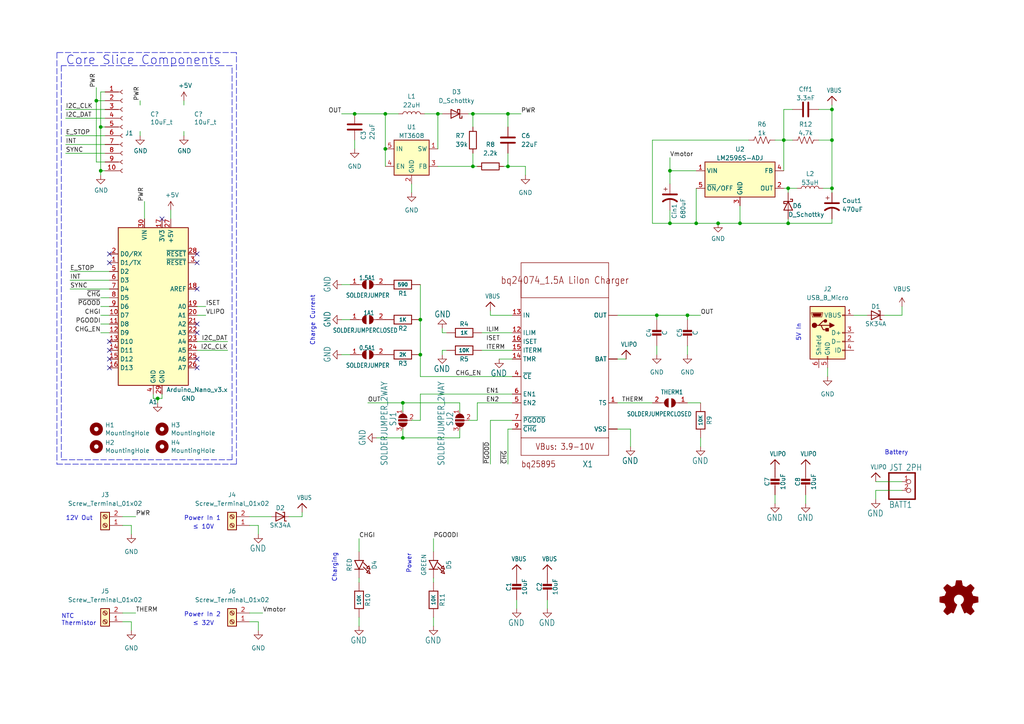
<source format=kicad_sch>
(kicad_sch (version 20211123) (generator eeschema)
  (paper "A4")
  (title_block (title "BREAD BMS/Solar Slice"))
  (lib_symbols
    (symbol "Adafruit_BQ24074-eagle-import:BQ24074"
      (property "Reference" "X" (at 5.08 -27.94 0))
      (symbol "BQ24074_1_0"
        (text "bq24074_1.5A LiIon Charger" (at 0 25.4 0) (effects (font (size 2.032 1.7272))))
        (text "bq25895" (at -12.7 -27.94 0) (effects (font (size 1.778 1.5113)) (justify left)))
        (text "VBus: 3.9-10V" (at 0 -22.86 0) (effects (font (size 1.778 1.5113))))
        (pin input line (at 15.24 -10.16 180) (length 2.54) (name "TS") (number "1"))
        (pin output line (at 15.24 15.24 180) (length 2.54) (name "OUT") (number "10"))
        (pin output line (at 15.24 15.24 180) (length 2.54) (name "OUT") (number "11"))
        (pin input line (at -15.24 10.16 0) (length 2.54) (name "ILIM") (number "12"))
        (pin power_in line (at -15.24 15.24 0) (length 2.54) (name "IN") (number "13"))
        (pin input line (at -15.24 2.54 0) (length 2.54) (name "TMR") (number "14"))
        (pin input line (at -15.24 5.08 0) (length 2.54) (name "ITERM") (number "15"))
        (pin input line (at -15.24 7.62 0) (length 2.54) (name "ISET") (number "16"))
        (pin input line (at 15.24 2.54 180) (length 2.54) (name "BAT") (number "2"))
        (pin input line (at 15.24 2.54 180) (length 2.54) (name "BAT") (number "3"))
        (pin input line (at -15.24 -2.54 0) (length 2.54) (name "~{CE}") (number "4"))
        (pin input line (at -15.24 -10.16 0) (length 2.54) (name "EN2") (number "5"))
        (pin input line (at -15.24 -7.62 0) (length 2.54) (name "EN1") (number "6"))
        (pin output line (at -15.24 -15.24 0) (length 2.54) (name "~{PGOOD}") (number "7"))
        (pin power_in line (at 15.24 -17.78 180) (length 2.54) (name "VSS") (number "8"))
        (pin output line (at -15.24 -17.78 0) (length 2.54) (name "~{CHG}") (number "9"))
        (pin power_in line (at 15.24 -17.78 180) (length 2.54) (name "VSS") (number "THERMAL"))
      )
    )
    (symbol "Adafruit_BQ24074-eagle-import:CAP_CERAMIC0805-NOOUTLINE"
      (property "Reference" "C" (at -2.29 1.25 90))
      (property "Value" "CAP_CERAMIC0805-NOOUTLINE" (at 2.3 1.25 90))
      (symbol "CAP_CERAMIC0805-NOOUTLINE_1_0"
        (pin passive line (at 0 5.08 270) (length 2.54) (name "1") (number "1"))
        (pin passive line (at 0 -2.54 90) (length 2.54) (name "2") (number "2"))
      )
    )
    (symbol "Adafruit_BQ24074-eagle-import:DIODE-SCHOTTKYSMA"
      (property "Reference" "D" (at 0 2.54 0))
      (property "Value" "DIODE-SCHOTTKYSMA" (at 0 -2.5 0))
      (symbol "DIODE-SCHOTTKYSMA_1_0"
        (pin passive line (at -2.54 0 0) (length 2.54) (name "A") (number "A"))
        (pin passive line (at 2.54 0 180) (length 2.54) (name "C") (number "C"))
      )
    )
    (symbol "Adafruit_BQ24074-eagle-import:JST_2PIN-SMT-RA"
      (property "Reference" "CN" (at -6.35 5.715 0))
      (property "Value" "JST_2PIN-SMT-RA" (at -6.35 -5.08 0))
      (symbol "JST_2PIN-SMT-RA_1_0"
        (pin passive inverted (at -2.54 0 0) (length 2.54) (name "2") (number "1"))
        (pin passive inverted (at -2.54 2.54 0) (length 2.54) (name "1") (number "2"))
      )
    )
    (symbol "Adafruit_BQ24074-eagle-import:LED0603"
      (property "Reference" "D" (at -1.27 4.445 0))
      (property "Value" "LED0603" (at -1.27 -2.794 0))
      (symbol "LED0603_1_0"
        (pin passive line (at -5.08 0 0) (length 2.54) (name "A") (number "A"))
        (pin passive line (at 2.54 0 180) (length 2.54) (name "C") (number "C"))
      )
    )
    (symbol "Adafruit_BQ24074-eagle-import:RESISTOR_0603_NOOUT"
      (property "Reference" "R" (at 0 2.54 0))
      (property "Value" "RESISTOR_0603_NOOUT" (at 0 0 0))
      (symbol "RESISTOR_0603_NOOUT_1_0"
        (pin passive line (at -5.08 0 0) (length 2.54) (name "1") (number "1"))
        (pin passive line (at 5.08 0 180) (length 2.54) (name "2") (number "2"))
      )
    )
    (symbol "Adafruit_BQ24074-eagle-import:SOLDERJUMPER"
      (property "Reference" "SJ" (at -2.54 2.54 0))
      (property "Value" "SOLDERJUMPER" (at -2.54 -3.81 0))
      (symbol "SOLDERJUMPER_1_0"
        (pin passive line (at -5.08 0 0) (length 2.54) (name "1") (number "1"))
        (pin passive line (at 5.08 0 180) (length 2.54) (name "2") (number "2"))
      )
    )
    (symbol "Adafruit_BQ24074-eagle-import:SOLDERJUMPERCLOSED"
      (property "Reference" "SJ" (at -2.54 2.54 0))
      (property "Value" "SOLDERJUMPERCLOSED" (at -2.54 -3.81 0))
      (symbol "SOLDERJUMPERCLOSED_1_0"
        (pin passive line (at -5.08 0 0) (length 2.54) (name "1") (number "1"))
        (pin passive line (at 5.08 0 180) (length 2.54) (name "2") (number "2"))
      )
    )
    (symbol "Adafruit_BQ24074-eagle-import:SOLDERJUMPER_2WAY"
      (property "Reference" "SJ" (at -5.08 -3.81 0))
      (property "Value" "SOLDERJUMPER_2WAY" (at -5.08 -6.35 0))
      (symbol "SOLDERJUMPER_2WAY_1_0"
        (pin passive line (at -2.54 0 0) (length 0) (name "1") (number "1"))
        (pin passive line (at 0 2.54 270) (length 0) (name "2") (number "2"))
        (pin passive line (at 2.54 0 180) (length 0) (name "3") (number "3"))
      )
    )
    (symbol "Adafruit_BQ24074-eagle-import:VBUS" (power)
      (property "Value" "VBUS" (at -1.524 1.016 0))
      (symbol "VBUS_1_0"
        (pin power_in line (at 0 -2.54 90) (length 2.54) (name "VBUS") (number "1"))
      )
    )
    (symbol "Adafruit_BQ24074-eagle-import:VLIPO" (power)
      (property "Value" "VLIPO" (at -1.524 1.016 0))
      (symbol "VLIPO_1_0"
        (pin power_in line (at 0 -2.54 90) (length 2.54) (name "VLIPO") (number "1"))
      )
    )
    (symbol "Connector:Conn_01x10_Female" (pin_names (offset 1.016) hide)
      (property "Reference" "J" (at 0 12.7 0))
      (property "Value" "Conn_01x10_Female" (at 0 -15.24 0))
      (symbol "Conn_01x10_Female_1_1"
        (pin passive line (at -5.08 10.16 0) (length 3.81) (name "Pin_1") (number "1"))
        (pin passive line (at -5.08 -12.7 0) (length 3.81) (name "Pin_10") (number "10"))
        (pin passive line (at -5.08 7.62 0) (length 3.81) (name "Pin_2") (number "2"))
        (pin passive line (at -5.08 5.08 0) (length 3.81) (name "Pin_3") (number "3"))
        (pin passive line (at -5.08 2.54 0) (length 3.81) (name "Pin_4") (number "4"))
        (pin passive line (at -5.08 0 0) (length 3.81) (name "Pin_5") (number "5"))
        (pin passive line (at -5.08 -2.54 0) (length 3.81) (name "Pin_6") (number "6"))
        (pin passive line (at -5.08 -5.08 0) (length 3.81) (name "Pin_7") (number "7"))
        (pin passive line (at -5.08 -7.62 0) (length 3.81) (name "Pin_8") (number "8"))
        (pin passive line (at -5.08 -10.16 0) (length 3.81) (name "Pin_9") (number "9"))
      )
    )
    (symbol "Connector:Screw_Terminal_01x02" (pin_names (offset 1.016) hide)
      (property "Reference" "J" (at 0 2.54 0))
      (property "Value" "Screw_Terminal_01x02" (at 0 -5.08 0))
      (symbol "Screw_Terminal_01x02_1_1"
        (pin passive line (at -5.08 0 0) (length 3.81) (name "Pin_1") (number "1"))
        (pin passive line (at -5.08 -2.54 0) (length 3.81) (name "Pin_2") (number "2"))
      )
    )
    (symbol "Connector:USB_B_Micro" (pin_names (offset 1.016))
      (property "Reference" "J" (at -5.08 11.43 0))
      (property "Value" "USB_B_Micro" (at -5.08 8.89 0))
      (symbol "USB_B_Micro_1_1"
        (pin power_out line (at 7.62 5.08 180) (length 2.54) (name "VBUS") (number "1"))
        (pin bidirectional line (at 7.62 -2.54 180) (length 2.54) (name "D-") (number "2"))
        (pin bidirectional line (at 7.62 0 180) (length 2.54) (name "D+") (number "3"))
        (pin passive line (at 7.62 -5.08 180) (length 2.54) (name "ID") (number "4"))
        (pin power_out line (at 0 -10.16 90) (length 2.54) (name "GND") (number "5"))
        (pin passive line (at -2.54 -10.16 90) (length 2.54) (name "Shield") (number "6"))
      )
    )
    (symbol "Device:C" (pin_numbers hide) (pin_names (offset 0.254))
      (property "Reference" "C" (at 0.635 2.54 0))
      (property "Value" "C" (at 0.635 -2.54 0))
      (symbol "C_1_1"
        (pin passive line (at 0 3.81 270) (length 2.794) (name "~") (number "1"))
        (pin passive line (at 0 -3.81 90) (length 2.794) (name "~") (number "2"))
      )
    )
    (symbol "Device:C_Polarized_US" (pin_numbers hide) (pin_names (offset 0.254) hide)
      (property "Reference" "C" (at 0.635 2.54 0))
      (property "Value" "C_Polarized_US" (at 0.635 -2.54 0))
      (symbol "C_Polarized_US_1_1"
        (pin passive line (at 0 3.81 270) (length 2.794) (name "~") (number "1"))
        (pin passive line (at 0 -3.81 90) (length 3.302) (name "~") (number "2"))
      )
    )
    (symbol "Device:D_Schottky" (pin_numbers hide) (pin_names (offset 1.016) hide)
      (property "Reference" "D" (at 0 2.54 0))
      (property "Value" "D_Schottky" (at 0 -2.54 0))
      (symbol "D_Schottky_1_1"
        (pin passive line (at -3.81 0 0) (length 2.54) (name "K") (number "1"))
        (pin passive line (at 3.81 0 180) (length 2.54) (name "A") (number "2"))
      )
    )
    (symbol "Device:L" (pin_numbers hide) (pin_names (offset 1.016) hide)
      (property "Reference" "L" (at -1.27 0 90))
      (property "Value" "L" (at 1.905 0 90))
      (symbol "L_1_1"
        (pin passive line (at 0 3.81 270) (length 1.27) (name "1") (number "1"))
        (pin passive line (at 0 -3.81 90) (length 1.27) (name "2") (number "2"))
      )
    )
    (symbol "Device:R" (pin_numbers hide) (pin_names (offset 0))
      (property "Reference" "R" (at 2.032 0 90))
      (property "Value" "R" (at 0 0 90))
      (symbol "R_1_1"
        (pin passive line (at 0 3.81 270) (length 1.27) (name "~") (number "1"))
        (pin passive line (at 0 -3.81 90) (length 1.27) (name "~") (number "2"))
      )
    )
    (symbol "Device:R_US" (pin_numbers hide) (pin_names (offset 0))
      (property "Reference" "R" (at 2.54 0 90))
      (property "Value" "R_US" (at -2.54 0 90))
      (symbol "R_US_1_1"
        (pin passive line (at 0 3.81 270) (length 1.27) (name "~") (number "1"))
        (pin passive line (at 0 -3.81 90) (length 1.27) (name "~") (number "2"))
      )
    )
    (symbol "Graphic:Logo_Open_Hardware_Small" (pin_names (offset 1.016)))
    (symbol "MCU_Module:Arduino_Nano_v3.x"
      (property "Reference" "A" (at -10.16 23.495 0))
      (property "Value" "Arduino_Nano_v3.x" (at 5.08 -24.13 0))
      (symbol "Arduino_Nano_v3.x_1_1"
        (pin bidirectional line (at -12.7 12.7 0) (length 2.54) (name "D1/TX") (number "1"))
        (pin bidirectional line (at -12.7 -2.54 0) (length 2.54) (name "D7") (number "10"))
        (pin bidirectional line (at -12.7 -5.08 0) (length 2.54) (name "D8") (number "11"))
        (pin bidirectional line (at -12.7 -7.62 0) (length 2.54) (name "D9") (number "12"))
        (pin bidirectional line (at -12.7 -10.16 0) (length 2.54) (name "D10") (number "13"))
        (pin bidirectional line (at -12.7 -12.7 0) (length 2.54) (name "D11") (number "14"))
        (pin bidirectional line (at -12.7 -15.24 0) (length 2.54) (name "D12") (number "15"))
        (pin bidirectional line (at -12.7 -17.78 0) (length 2.54) (name "D13") (number "16"))
        (pin power_out line (at 2.54 25.4 270) (length 2.54) (name "3V3") (number "17"))
        (pin input line (at 12.7 5.08 180) (length 2.54) (name "AREF") (number "18"))
        (pin bidirectional line (at 12.7 0 180) (length 2.54) (name "A0") (number "19"))
        (pin bidirectional line (at -12.7 15.24 0) (length 2.54) (name "D0/RX") (number "2"))
        (pin bidirectional line (at 12.7 -2.54 180) (length 2.54) (name "A1") (number "20"))
        (pin bidirectional line (at 12.7 -5.08 180) (length 2.54) (name "A2") (number "21"))
        (pin bidirectional line (at 12.7 -7.62 180) (length 2.54) (name "A3") (number "22"))
        (pin bidirectional line (at 12.7 -10.16 180) (length 2.54) (name "A4") (number "23"))
        (pin bidirectional line (at 12.7 -12.7 180) (length 2.54) (name "A5") (number "24"))
        (pin bidirectional line (at 12.7 -15.24 180) (length 2.54) (name "A6") (number "25"))
        (pin bidirectional line (at 12.7 -17.78 180) (length 2.54) (name "A7") (number "26"))
        (pin power_out line (at 5.08 25.4 270) (length 2.54) (name "+5V") (number "27"))
        (pin input line (at 12.7 15.24 180) (length 2.54) (name "~{RESET}") (number "28"))
        (pin power_in line (at 2.54 -25.4 90) (length 2.54) (name "GND") (number "29"))
        (pin input line (at 12.7 12.7 180) (length 2.54) (name "~{RESET}") (number "3"))
        (pin power_in line (at -2.54 25.4 270) (length 2.54) (name "VIN") (number "30"))
        (pin power_in line (at 0 -25.4 90) (length 2.54) (name "GND") (number "4"))
        (pin bidirectional line (at -12.7 10.16 0) (length 2.54) (name "D2") (number "5"))
        (pin bidirectional line (at -12.7 7.62 0) (length 2.54) (name "D3") (number "6"))
        (pin bidirectional line (at -12.7 5.08 0) (length 2.54) (name "D4") (number "7"))
        (pin bidirectional line (at -12.7 2.54 0) (length 2.54) (name "D5") (number "8"))
        (pin bidirectional line (at -12.7 0 0) (length 2.54) (name "D6") (number "9"))
      )
    )
    (symbol "Mechanical:MountingHole" (pin_names (offset 1.016))
      (property "Reference" "H" (at 0 5.08 0))
      (property "Value" "MountingHole" (at 0 3.175 0))
    )
    (symbol "Regulator_Switching:LM2596S-ADJ"
      (property "Reference" "U" (at -10.16 6.35 0))
      (property "Value" "LM2596S-ADJ" (at 0 6.35 0))
      (symbol "LM2596S-ADJ_1_1"
        (pin power_in line (at -12.7 2.54 0) (length 2.54) (name "VIN") (number "1"))
        (pin output line (at 12.7 -2.54 180) (length 2.54) (name "OUT") (number "2"))
        (pin power_in line (at 0 -7.62 90) (length 2.54) (name "GND") (number "3"))
        (pin input line (at 12.7 2.54 180) (length 2.54) (name "FB") (number "4"))
        (pin input line (at -12.7 -2.54 0) (length 2.54) (name "~{ON}/OFF") (number "5"))
      )
    )
    (symbol "Regulator_Switching:MT3608"
      (property "Reference" "U" (at -2.54 8.89 0))
      (property "Value" "MT3608" (at -3.81 6.35 0))
      (symbol "MT3608_1_1"
        (pin passive line (at 7.62 2.54 180) (length 2.54) (name "SW") (number "1"))
        (pin power_in line (at 0 -7.62 90) (length 2.54) (name "GND") (number "2"))
        (pin input line (at 7.62 -2.54 180) (length 2.54) (name "FB") (number "3"))
        (pin input line (at -7.62 -2.54 0) (length 2.54) (name "EN") (number "4"))
        (pin power_in line (at -7.62 2.54 0) (length 2.54) (name "IN") (number "5"))
        (pin no_connect line (at 5.08 0 180) (length 2.54) hide (name "NC") (number "6"))
      )
    )
    (symbol "power:+5V" (power) (pin_names (offset 0))
      (property "Value" "+5V" (at 0 3.556 0))
      (symbol "+5V_1_1"
        (pin power_in line (at 0 0 90) (length 0) hide (name "+5V") (number "1"))
      )
    )
    (symbol "power:GND" (power) (pin_names (offset 0))
      (property "Value" "GND" (at 0 -3.81 0))
      (symbol "GND_1_1"
        (pin power_in line (at 0 0 270) (length 0) hide (name "GND") (number "1"))
      )
    )
    (symbol "power:VBUS" (power) (pin_names (offset 0))
      (property "Value" "VBUS" (at 0 3.81 0))
      (symbol "VBUS_1_1"
        (pin power_in line (at 0 0 90) (length 0) hide (name "VBUS") (number "1"))
      )
    )
  )
  (junction (at 137.16 33.02))
  (junction (at 137.16 48.26))
  (junction (at 45.72 115.57))
  (junction (at 121.92 92.71))
  (junction (at 116.84 127))
  (junction (at 199.39 91.44))
  (junction (at 116.84 116.84))
  (junction (at 201.93 64.77))
  (junction (at 228.6 64.77))
  (junction (at 29.21 36.83))
  (junction (at 127 33.02))
  (junction (at 194.31 49.53))
  (junction (at 208.28 64.77))
  (junction (at 190.5 91.44))
  (junction (at 227.33 40.64))
  (junction (at 147.32 33.02))
  (junction (at 111.76 43.18))
  (junction (at 102.87 33.02))
  (junction (at 228.6 54.61))
  (junction (at 241.3 31.75))
  (junction (at 194.31 64.77))
  (junction (at 121.92 102.87))
  (junction (at 27.94 29.21))
  (junction (at 241.3 40.64))
  (junction (at 29.21 49.53))
  (junction (at 147.32 48.26))
  (junction (at 214.63 64.77))
  (junction (at 241.3 54.61))
  (junction (at 111.76 33.02))
  (no_connect (at 31.75 101.6))
  (no_connect (at 57.15 93.98))
  (no_connect (at 57.15 73.66))
  (no_connect (at 57.15 76.2))
  (no_connect (at 31.75 104.14))
  (no_connect (at 57.15 83.82))
  (no_connect (at 31.75 76.2))
  (no_connect (at 57.15 106.68))
  (no_connect (at 57.15 104.14))
  (no_connect (at 57.15 96.52))
  (no_connect (at 31.75 106.68))
  (no_connect (at 31.75 73.66))
  (no_connect (at 31.75 99.06))
  (no_connect (at 46.99 63.5))
  (wire (pts (xy 146.05 48.26) (xy 147.32 48.26)))
  (wire (pts (xy 241.3 31.75) (xy 241.3 40.64)))
  (wire (pts (xy 227.33 54.61) (xy 228.6 54.61)))
  (polyline (pts (xy 68.58 134.62) (xy 68.58 15.24)))
  (wire (pts (xy 147.32 36.83) (xy 147.32 33.02)))
  (wire (pts (xy 142.24 121.92) (xy 142.24 134.62)))
  (wire (pts (xy 199.39 91.44) (xy 199.39 92.71)))
  (wire (pts (xy 19.05 44.45) (xy 30.48 44.45)))
  (wire (pts (xy 254 139.7) (xy 261.62 139.7)))
  (wire (pts (xy 121.92 114.3) (xy 121.92 121.92)))
  (wire (pts (xy 214.63 59.69) (xy 214.63 64.77)))
  (wire (pts (xy 254 142.24) (xy 254 144.78)))
  (wire (pts (xy 135.89 33.02) (xy 137.16 33.02)))
  (wire (pts (xy 30.48 46.99) (xy 27.94 46.99)))
  (wire (pts (xy 208.28 64.77) (xy 214.63 64.77)))
  (wire (pts (xy 240.03 106.68) (xy 240.03 109.22)))
  (wire (pts (xy 119.38 53.34) (xy 119.38 55.88)))
  (wire (pts (xy 127 43.18) (xy 127 33.02)))
  (wire (pts (xy 45.72 115.57) (xy 46.99 115.57)))
  (wire (pts (xy 194.31 60.96) (xy 194.31 64.77)))
  (wire (pts (xy 128.27 101.6) (xy 129.54 101.6)))
  (wire (pts (xy 201.93 64.77) (xy 208.28 64.77)))
  (wire (pts (xy 147.32 48.26) (xy 152.4 48.26)))
  (wire (pts (xy 27.94 46.99) (xy 27.94 29.21)))
  (wire (pts (xy 201.93 54.61) (xy 201.93 64.77)))
  (wire (pts (xy 99.06 33.02) (xy 102.87 33.02)))
  (wire (pts (xy 137.16 33.02) (xy 137.16 36.83)))
  (wire (pts (xy 128.27 95.25) (xy 128.27 96.52)))
  (wire (pts (xy 194.31 45.72) (xy 194.31 49.53)))
  (wire (pts (xy 247.65 91.44) (xy 251.46 91.44)))
  (wire (pts (xy 125.73 167.64) (xy 125.73 168.91)))
  (wire (pts (xy 35.56 152.4) (xy 38.1 152.4)))
  (wire (pts (xy 83.82 149.86) (xy 87.63 149.86)))
  (wire (pts (xy 199.39 100.33) (xy 199.39 102.87)))
  (wire (pts (xy 137.16 44.45) (xy 137.16 48.26)))
  (wire (pts (xy 194.31 64.77) (xy 201.93 64.77)))
  (wire (pts (xy 20.32 83.82) (xy 31.75 83.82)))
  (wire (pts (xy 41.91 58.42) (xy 41.91 63.5)))
  (wire (pts (xy 29.21 49.53) (xy 29.21 36.83)))
  (wire (pts (xy 29.21 93.98) (xy 31.75 93.98)))
  (wire (pts (xy 194.31 53.34) (xy 194.31 49.53)))
  (wire (pts (xy 29.21 36.83) (xy 29.21 26.67)))
  (wire (pts (xy 182.88 124.46) (xy 179.07 124.46)))
  (wire (pts (xy 104.14 179.07) (xy 104.14 181.61)))
  (wire (pts (xy 29.21 96.52) (xy 31.75 96.52)))
  (wire (pts (xy 133.35 124.46) (xy 133.35 127)))
  (wire (pts (xy 199.39 91.44) (xy 203.2 91.44)))
  (wire (pts (xy 237.49 31.75) (xy 241.3 31.75)))
  (polyline (pts (xy 68.58 15.24) (xy 16.51 15.24)))
  (wire (pts (xy 137.16 48.26) (xy 138.43 48.26)))
  (wire (pts (xy 87.63 149.86) (xy 87.63 148.59)))
  (wire (pts (xy 128.27 102.87) (xy 128.27 101.6)))
  (wire (pts (xy 228.6 54.61) (xy 231.14 54.61)))
  (wire (pts (xy 233.68 143.51) (xy 233.68 146.05)))
  (wire (pts (xy 152.4 50.8) (xy 152.4 48.26)))
  (polyline (pts (xy 16.51 134.62) (xy 68.58 134.62)))
  (polyline (pts (xy 17.78 133.35) (xy 67.31 133.35)))
  (wire (pts (xy 40.64 39.37) (xy 40.64 38.1)))
  (wire (pts (xy 227.33 49.53) (xy 227.33 40.64)))
  (wire (pts (xy 104.14 167.64) (xy 104.14 168.91)))
  (wire (pts (xy 121.92 82.55) (xy 121.92 92.71)))
  (wire (pts (xy 116.84 116.84) (xy 106.68 116.84)))
  (wire (pts (xy 142.24 91.44) (xy 148.59 91.44)))
  (wire (pts (xy 133.35 119.38) (xy 133.35 116.84)))
  (wire (pts (xy 29.21 26.67) (xy 30.48 26.67)))
  (wire (pts (xy 147.32 124.46) (xy 148.59 124.46)))
  (wire (pts (xy 109.22 127) (xy 116.84 127)))
  (wire (pts (xy 31.75 78.74) (xy 20.32 78.74)))
  (wire (pts (xy 121.92 102.87) (xy 121.92 109.22)))
  (wire (pts (xy 116.84 116.84) (xy 133.35 116.84)))
  (wire (pts (xy 254 142.24) (xy 261.62 142.24)))
  (polyline (pts (xy 67.31 133.35) (xy 67.31 19.05)))
  (wire (pts (xy 125.73 179.07) (xy 125.73 181.61)))
  (wire (pts (xy 147.32 33.02) (xy 151.13 33.02)))
  (wire (pts (xy 102.87 40.64) (xy 102.87 43.18)))
  (wire (pts (xy 229.87 31.75) (xy 227.33 31.75)))
  (wire (pts (xy 203.2 127) (xy 203.2 129.54)))
  (wire (pts (xy 182.88 124.46) (xy 182.88 129.54)))
  (wire (pts (xy 137.16 33.02) (xy 147.32 33.02)))
  (wire (pts (xy 30.48 31.75) (xy 19.05 31.75)))
  (wire (pts (xy 30.48 39.37) (xy 19.05 39.37)))
  (wire (pts (xy 261.62 88.9) (xy 261.62 91.44)))
  (wire (pts (xy 72.39 149.86) (xy 78.74 149.86)))
  (wire (pts (xy 29.21 86.36) (xy 31.75 86.36)))
  (wire (pts (xy 190.5 91.44) (xy 199.39 91.44)))
  (wire (pts (xy 46.99 115.57) (xy 46.99 114.3)))
  (wire (pts (xy 53.34 30.48) (xy 53.34 29.21)))
  (wire (pts (xy 148.59 121.92) (xy 142.24 121.92)))
  (wire (pts (xy 119.38 121.92) (xy 121.92 121.92)))
  (wire (pts (xy 241.3 64.77) (xy 241.3 63.5)))
  (wire (pts (xy 20.32 81.28) (xy 31.75 81.28)))
  (wire (pts (xy 190.5 100.33) (xy 190.5 102.87)))
  (wire (pts (xy 116.84 119.38) (xy 116.84 116.84)))
  (wire (pts (xy 111.76 33.02) (xy 115.57 33.02)))
  (wire (pts (xy 104.14 156.21) (xy 104.14 160.02)))
  (polyline (pts (xy 17.78 19.05) (xy 17.78 133.35)))
  (wire (pts (xy 127 33.02) (xy 128.27 33.02)))
  (wire (pts (xy 147.32 124.46) (xy 147.32 134.62)))
  (wire (pts (xy 101.6 92.71) (xy 99.06 92.71)))
  (wire (pts (xy 111.76 48.26) (xy 111.76 43.18)))
  (wire (pts (xy 190.5 91.44) (xy 190.5 92.71)))
  (wire (pts (xy 29.21 88.9) (xy 31.75 88.9)))
  (wire (pts (xy 228.6 55.88) (xy 228.6 54.61)))
  (wire (pts (xy 44.45 115.57) (xy 45.72 115.57)))
  (wire (pts (xy 38.1 152.4) (xy 38.1 154.94)))
  (wire (pts (xy 241.3 40.64) (xy 241.3 54.61)))
  (wire (pts (xy 19.05 41.91) (xy 30.48 41.91)))
  (wire (pts (xy 214.63 64.77) (xy 228.6 64.77)))
  (wire (pts (xy 35.56 180.34) (xy 38.1 180.34)))
  (wire (pts (xy 57.15 88.9) (xy 59.69 88.9)))
  (wire (pts (xy 121.92 109.22) (xy 148.59 109.22)))
  (wire (pts (xy 101.6 82.55) (xy 99.06 82.55)))
  (wire (pts (xy 72.39 180.34) (xy 74.93 180.34)))
  (wire (pts (xy 35.56 177.8) (xy 39.37 177.8)))
  (wire (pts (xy 147.32 44.45) (xy 147.32 48.26)))
  (wire (pts (xy 66.04 99.06) (xy 57.15 99.06)))
  (wire (pts (xy 121.92 114.3) (xy 148.59 114.3)))
  (wire (pts (xy 30.48 36.83) (xy 29.21 36.83)))
  (wire (pts (xy 148.59 116.84) (xy 138.43 116.84)))
  (wire (pts (xy 128.27 96.52) (xy 129.54 96.52)))
  (wire (pts (xy 149.86 173.99) (xy 149.86 176.53)))
  (wire (pts (xy 123.19 33.02) (xy 127 33.02)))
  (wire (pts (xy 256.54 91.44) (xy 261.62 91.44)))
  (wire (pts (xy 241.3 55.88) (xy 241.3 54.61)))
  (wire (pts (xy 35.56 149.86) (xy 39.37 149.86)))
  (wire (pts (xy 111.76 43.18) (xy 111.76 33.02)))
  (wire (pts (xy 228.6 64.77) (xy 241.3 64.77)))
  (wire (pts (xy 72.39 177.8) (xy 76.2 177.8)))
  (wire (pts (xy 227.33 31.75) (xy 227.33 40.64)))
  (wire (pts (xy 44.45 114.3) (xy 44.45 115.57)))
  (wire (pts (xy 101.6 102.87) (xy 99.06 102.87)))
  (wire (pts (xy 127 48.26) (xy 137.16 48.26)))
  (wire (pts (xy 227.33 40.64) (xy 229.87 40.64)))
  (wire (pts (xy 224.79 40.64) (xy 227.33 40.64)))
  (wire (pts (xy 40.64 30.48) (xy 40.64 29.21)))
  (wire (pts (xy 29.21 91.44) (xy 31.75 91.44)))
  (wire (pts (xy 179.07 91.44) (xy 190.5 91.44)))
  (wire (pts (xy 30.48 49.53) (xy 29.21 49.53)))
  (wire (pts (xy 148.59 101.6) (xy 139.7 101.6)))
  (wire (pts (xy 19.05 34.29) (xy 30.48 34.29)))
  (wire (pts (xy 179.07 116.84) (xy 189.23 116.84)))
  (wire (pts (xy 135.89 121.92) (xy 138.43 121.92)))
  (wire (pts (xy 27.94 25.4) (xy 27.94 29.21)))
  (wire (pts (xy 138.43 116.84) (xy 138.43 121.92)))
  (polyline (pts (xy 67.31 19.05) (xy 17.78 19.05)))
  (wire (pts (xy 102.87 33.02) (xy 111.76 33.02)))
  (wire (pts (xy 199.39 116.84) (xy 203.2 116.84)))
  (wire (pts (xy 121.92 92.71) (xy 121.92 102.87)))
  (wire (pts (xy 224.79 143.51) (xy 224.79 146.05)))
  (wire (pts (xy 144.78 104.14) (xy 148.59 104.14)))
  (wire (pts (xy 74.93 152.4) (xy 74.93 154.94)))
  (wire (pts (xy 57.15 101.6) (xy 66.04 101.6)))
  (wire (pts (xy 238.76 54.61) (xy 241.3 54.61)))
  (wire (pts (xy 179.07 104.14) (xy 181.61 104.14)))
  (wire (pts (xy 228.6 64.77) (xy 228.6 63.5)))
  (wire (pts (xy 217.17 40.64) (xy 189.23 40.64)))
  (wire (pts (xy 116.84 124.46) (xy 116.84 127)))
  (wire (pts (xy 116.84 127) (xy 133.35 127)))
  (wire (pts (xy 53.34 39.37) (xy 53.34 38.1)))
  (polyline (pts (xy 16.51 15.24) (xy 16.51 134.62)))
  (wire (pts (xy 45.72 115.57) (xy 45.72 116.84)))
  (wire (pts (xy 194.31 49.53) (xy 201.93 49.53)))
  (wire (pts (xy 49.53 60.96) (xy 49.53 63.5)))
  (wire (pts (xy 189.23 64.77) (xy 194.31 64.77)))
  (wire (pts (xy 57.15 91.44) (xy 59.69 91.44)))
  (wire (pts (xy 27.94 29.21) (xy 30.48 29.21)))
  (wire (pts (xy 237.49 40.64) (xy 241.3 40.64)))
  (wire (pts (xy 139.7 96.52) (xy 148.59 96.52)))
  (wire (pts (xy 158.75 173.99) (xy 158.75 176.53)))
  (wire (pts (xy 142.24 90.17) (xy 142.24 91.44)))
  (wire (pts (xy 74.93 180.34) (xy 74.93 182.88)))
  (wire (pts (xy 29.21 50.8) (xy 29.21 49.53)))
  (wire (pts (xy 38.1 180.34) (xy 38.1 182.88)))
  (wire (pts (xy 125.73 156.21) (xy 125.73 160.02)))
  (wire (pts (xy 241.3 31.75) (xy 241.3 30.48)))
  (wire (pts (xy 72.39 152.4) (xy 74.93 152.4)))
  (wire (pts (xy 189.23 40.64) (xy 189.23 64.77)))
  (text "≤ 10V" (at 55.88 153.67 0) (effects (font (size 1.27 1.27)) (justify left bottom)))
  (text "12V Out" (at 19.05 151.13 0) (effects (font (size 1.27 1.27)) (justify left bottom)))
  (text "5V In" (at 232.41 99.06 90) (effects (font (size 1.27 1.27)) (justify left bottom)))
  (text "Core Slice Components" (at 19.05 19.05 0) (effects (font (size 2.54 2.54)) (justify left bottom)))
  (text "≤ 32V" (at 55.88 181.61 0) (effects (font (size 1.27 1.27)) (justify left bottom)))
  (text "NTC\nThermistor" (at 17.78 181.61 0) (effects (font (size 1.27 1.27)) (justify left bottom)))
  (text "Charge Current" (at 91.44 100.33 90) (effects (font (size 1.27 1.27)) (justify left bottom)))
  (text "Battery" (at 256.54 132.08 0) (effects (font (size 1.27 1.27)) (justify left bottom)))
  (text "Power In 1\n" (at 53.34 151.13 0) (effects (font (size 1.27 1.27)) (justify left bottom)))
  (text "Power In 2" (at 53.34 179.07 0) (effects (font (size 1.27 1.27)) (justify left bottom)))
  (text "Power" (at 119.38 166.37 90) (effects (font (size 1.27 1.27)) (justify left bottom)))
  (text "Charging" (at 97.79 168.91 90) (effects (font (size 1.27 1.27)) (justify left bottom)))
  (label "OUT" (at 99.06 33.02 180))
  (label "Vmotor" (at 76.2 177.8 0))
  (label "Vmotor" (at 194.31 45.72 0))
  (label "CHG_EN" (at 132.08 109.22 0))
  (label "ISET" (at 59.69 88.9 0))
  (label "OUT" (at 106.68 116.84 0) (effects (font (size 1.2446 1.2446))))
  (label "PWR" (at 41.91 58.42 90))
  (label "THERM" (at 180.34 116.84 0) (effects (font (size 1.2446 1.2446))))
  (label "I2C_CLK" (at 19.05 31.75 0))
  (label "CHG_EN" (at 29.21 96.52 180))
  (label "EN2" (at 140.97 116.84 0) (effects (font (size 1.2446 1.2446))))
  (label "ILIM" (at 140.97 96.52 0) (effects (font (size 1.2446 1.2446))))
  (label "I2C_CLK" (at 66.04 101.6 180))
  (label "~{PGOOD}" (at 29.21 88.9 180))
  (label "~{CHG}" (at 147.32 134.62 90) (effects (font (size 1.2446 1.2446))))
  (label "EN1" (at 140.97 114.3 0) (effects (font (size 1.2446 1.2446))))
  (label "THERM" (at 39.37 177.8 0))
  (label "PWR" (at 27.94 25.4 90))
  (label "E_STOP" (at 19.05 39.37 0))
  (label "PWR" (at 39.37 149.86 0))
  (label "I2C_DAT" (at 19.05 34.29 0))
  (label "~{CHG}" (at 29.21 86.36 180))
  (label "INT" (at 19.05 41.91 0))
  (label "PGOODI" (at 29.21 93.98 180))
  (label "OUT" (at 203.2 91.44 0) (effects (font (size 1.2446 1.2446))))
  (label "~{PGOOD}" (at 142.24 134.62 90) (effects (font (size 1.2446 1.2446))))
  (label "INT" (at 20.32 81.28 0))
  (label "SYNC" (at 20.32 83.82 0))
  (label "PWR" (at 40.64 29.21 90))
  (label "CHGI" (at 29.21 91.44 180))
  (label "ISET" (at 140.97 99.06 0) (effects (font (size 1.2446 1.2446))))
  (label "CHGI" (at 104.14 156.21 0))
  (label "VLIPO" (at 59.69 91.44 0))
  (label "PGOODI" (at 125.73 156.21 0))
  (label "PWR" (at 151.13 33.02 0))
  (label "I2C_DAT" (at 66.04 99.06 180))
  (label "SYNC" (at 19.05 44.45 0))
  (label "E_STOP" (at 20.32 78.74 0))
  (label "ITERM" (at 140.97 101.6 0) (effects (font (size 1.2446 1.2446))))
  (symbol (lib_id "power:GND") (at 45.72 116.84 0) (unit 1)
    (property "Reference" "#PWR03" (effects hide))
    (property "Value" "GND" (at 54.61 115.57 0))
  )
  (symbol (lib_id "power:+5V") (at 49.53 60.96 0) (unit 1)
    (property "Reference" "#PWR04" (effects hide))
    (property "Value" "+5V" (at 49.911 56.5658 0))
  )
  (symbol (lib_id "OCI_UPL_2_Capacitors:10uF_t") (at 40.64 34.29 0) (unit 1)
    (property "Reference" "C?" (at 43.561 33.1216 0) (effects (justify left)))
    (property "Value" "10uF_t" (at 43.561 35.433 0) (effects (justify left)))
    (property "Footprint" "OCI_UPL_FOOTPRINTS:C_2312" (effects hide))
    (property "Datasheet" "https://www.digikey.com/short/qcd8n7" (effects hide))
    (property "Part #" "T491C106K025AT" (effects hide))
    (property "UPL #" "2.021" (effects hide))
  )
  (symbol (lib_id "power:GND") (at 40.64 39.37 0) (unit 1)
    (property "Reference" "#PWR02" (effects hide))
    (property "Value" "GND" (at 40.767 43.7642 0))
  )
  (symbol (lib_id "Mechanical:MountingHole") (at 27.94 124.46 0) (unit 1)
    (property "Reference" "H1" (at 30.48 123.2916 0) (effects (justify left)))
    (property "Value" "MountingHole" (at 30.48 125.603 0) (effects (justify left)))
    (property "Footprint" "MountingHole:MountingHole_3.2mm_M3_DIN965_Pad" (effects hide))
  )
  (symbol (lib_id "Mechanical:MountingHole") (at 46.99 124.46 0) (unit 1)
    (property "Reference" "H3" (at 49.53 123.2916 0) (effects (justify left)))
    (property "Value" "MountingHole" (at 49.53 125.603 0) (effects (justify left)))
    (property "Footprint" "MountingHole:MountingHole_3.2mm_M3_DIN965_Pad" (effects hide))
  )
  (symbol (lib_id "Mechanical:MountingHole") (at 27.94 129.54 0) (unit 1)
    (property "Reference" "H2" (at 30.48 128.3716 0) (effects (justify left)))
    (property "Value" "MountingHole" (at 30.48 130.683 0) (effects (justify left)))
    (property "Footprint" "MountingHole:MountingHole_3.2mm_M3_DIN965_Pad" (effects hide))
  )
  (symbol (lib_id "Mechanical:MountingHole") (at 46.99 129.54 0) (unit 1)
    (property "Reference" "H4" (at 49.53 128.3716 0) (effects (justify left)))
    (property "Value" "MountingHole" (at 49.53 130.683 0) (effects (justify left)))
    (property "Footprint" "MountingHole:MountingHole_3.2mm_M3_DIN965_Pad" (effects hide))
  )
  (symbol (lib_id "MCU_Module:Arduino_Nano_v3.x") (at 44.45 88.9 0) (unit 1)
    (property "Reference" "A1" (at 44.45 116.5606 0))
    (property "Value" "Arduino_Nano_v3.x" (at 57.15 113.03 0))
    (property "Footprint" "Module:Arduino_Nano" (effects hide))
    (property "Datasheet" "http://www.mouser.com/pdfdocs/Gravitech_Arduino_Nano3_0.pdf" (effects hide))
  )
  (symbol (lib_id "Graphic:Logo_Open_Hardware_Small") (at 278.13 173.99 0) (unit 1)
    (property "Reference" "Logo1" (effects hide))
    (property "Value" "Logo_Open_Hardware_Small" (effects hide))
    (property "Footprint" "Symbol:OSHW-Symbol_6.7x6mm_SilkScreen" (effects hide))
  )
  (symbol (lib_id "Connector:Conn_01x10_Female") (at 35.56 36.83 0) (unit 1)
    (property "Reference" "J1" (at 36.2712 38.608 0) (effects (justify left)))
    (property "Value" "Conn_01x10_Female" (effects hide))
    (property "Footprint" "Connector_PinSocket_2.54mm:PinSocket_1x10_P2.54mm_Horizontal" (effects hide))
  )
  (symbol (lib_id "power:GND") (at 29.21 50.8 0) (unit 1)
    (property "Reference" "#PWR01" (effects hide))
    (property "Value" "GND" (at 29.337 55.1942 0))
  )
  (symbol (lib_id "OCI_UPL_2_Capacitors:10uF_t") (at 53.34 34.29 0) (unit 1)
    (property "Reference" "C?" (at 56.261 33.1216 0) (effects (justify left)))
    (property "Value" "10uF_t" (at 56.261 35.433 0) (effects (justify left)))
    (property "Footprint" "OCI_UPL_FOOTPRINTS:C_2312" (effects hide))
    (property "Datasheet" "https://www.digikey.com/short/qcd8n7" (effects hide))
    (property "Part #" "T491C106K025AT" (effects hide))
    (property "UPL #" "2.021" (effects hide))
  )
  (symbol (lib_id "power:GND") (at 53.34 39.37 0) (unit 1)
    (property "Reference" "#PWR06" (effects hide))
    (property "Value" "GND" (at 53.467 43.7642 0))
  )
  (symbol (lib_id "power:+5V") (at 53.34 29.21 0) (unit 1)
    (property "Reference" "#PWR05" (effects hide))
    (property "Value" "+5V" (at 53.721 24.8158 0))
  )
  (symbol (lib_id "power:GND") (at 199.39 102.87 0) (unit 1)
    (property "Reference" "#PWR012" (effects hide))
    (property "Value" "GND" (at 199.39 107.95 0))
  )
  (symbol (lib_id "Adafruit_BQ24074-eagle-import:BQ24074") (at 163.83 106.68 0) (unit 1)
    (property "Reference" "X1" (at 168.91 134.62 0) (effects (font (size 1.778 1.5113)) (justify left)))
    (property "Value" "BQ24074" (effects hide))
    (property "Footprint" "Adafruit_BQ24074:QFN16_3MM" (effects hide))
  )
  (symbol (lib_id "Adafruit_BQ24074-eagle-import:VBUS") (at 241.3 27.94 0) (unit 1)
    (property "Reference" "#U$0101" (effects hide))
    (property "Value" "VBUS" (at 239.776 26.924 0) (effects (font (size 1.27 1.0795)) (justify left bottom)))
    (property "Footprint" "Adafruit_BQ24074:" (effects hide))
  )
  (symbol (lib_id "Adafruit_BQ24074-eagle-import:VLIPO") (at 181.61 101.6 0) (unit 1)
    (property "Reference" "#U$05" (effects hide))
    (property "Value" "VLIPO" (at 180.086 100.584 0) (effects (font (size 1.27 1.0795)) (justify left bottom)))
    (property "Footprint" "Adafruit_BQ24074:" (effects hide))
  )
  (symbol (lib_id "power:GND") (at 109.22 127 270) (unit 1)
    (property "Reference" "#GND06" (effects hide))
    (property "Value" "GND" (at 104.14 124.46 0) (effects (font (size 1.778 1.5113)) (justify left bottom)))
    (property "Footprint" "Adafruit_BQ24074:" (effects hide))
  )
  (symbol (lib_id "Adafruit_BQ24074-eagle-import:DIODE-SCHOTTKYSMA") (at 254 91.44 0) (unit 1)
    (property "Reference" "D1" (at 254 88.9 0))
    (property "Value" "SK34A" (at 254 93.94 0))
    (property "Footprint" "Adafruit_BQ24074:SMADIODE" (effects hide))
  )
  (symbol (lib_id "Adafruit_BQ24074-eagle-import:RESISTOR_0603_NOOUT") (at 116.84 82.55 180) (unit 1)
    (property "Reference" "R1" (at 116.84 85.09 0))
    (property "Value" "590" (at 116.84 82.55 0) (effects (font (size 1.016 1.016) bold)))
    (property "Footprint" "Adafruit_BQ24074:0603-NO" (effects hide))
  )
  (symbol (lib_id "Adafruit_BQ24074-eagle-import:VLIPO") (at 254 137.16 0) (unit 1)
    (property "Reference" "#U$08" (effects hide))
    (property "Value" "VLIPO" (at 252.476 136.144 0) (effects (font (size 1.27 1.0795)) (justify left bottom)))
    (property "Footprint" "Adafruit_BQ24074:" (effects hide))
  )
  (symbol (lib_id "Adafruit_BQ24074-eagle-import:VBUS") (at 158.75 163.83 0) (unit 1)
    (property "Reference" "#U$03" (effects hide))
    (property "Value" "VBUS" (at 157.226 162.814 0) (effects (font (size 1.27 1.0795)) (justify left bottom)))
    (property "Footprint" "Adafruit_BQ24074:" (effects hide))
  )
  (symbol (lib_id "power:GND") (at 203.2 129.54 0) (unit 1)
    (property "Reference" "#GND014" (effects hide))
    (property "Value" "GND" (at 200.66 134.62 0) (effects (font (size 1.778 1.5113)) (justify left bottom)))
    (property "Footprint" "Adafruit_BQ24074:" (effects hide))
  )
  (symbol (lib_id "power:GND") (at 224.79 146.05 0) (unit 1)
    (property "Reference" "#GND015" (effects hide))
    (property "Value" "GND" (at 222.25 151.13 0) (effects (font (size 1.778 1.5113)) (justify left bottom)))
    (property "Footprint" "Adafruit_BQ24074:" (effects hide))
  )
  (symbol (lib_id "power:GND") (at 125.73 181.61 0) (unit 1)
    (property "Reference" "#GND018" (effects hide))
    (property "Value" "GND" (at 123.19 186.69 0) (effects (font (size 1.778 1.5113)) (justify left bottom)))
    (property "Footprint" "Adafruit_BQ24074:" (effects hide))
  )
  (symbol (lib_id "power:GND") (at 144.78 104.14 0) (unit 1)
    (property "Reference" "#GND012" (effects hide))
    (property "Value" "GND" (at 142.24 109.22 0) (effects (font (size 1.778 1.5113)) (justify left bottom)))
    (property "Footprint" "Adafruit_BQ24074:" (effects hide))
  )
  (symbol (lib_id "power:GND") (at 99.06 82.55 270) (unit 1)
    (property "Reference" "#GND03" (effects hide))
    (property "Value" "GND" (at 93.98 80.01 0) (effects (font (size 1.778 1.5113)) (justify left bottom)))
    (property "Footprint" "Adafruit_BQ24074:" (effects hide))
  )
  (symbol (lib_id "Adafruit_BQ24074-eagle-import:SOLDERJUMPER") (at 106.68 102.87 0) (unit 1)
    (property "Reference" "0.5A1" (at 104.14 101.6 0) (effects (font (size 1.27 1.0795)) (justify left bottom)))
    (property "Value" "SOLDERJUMPER" (at 100.33 106.68 0) (effects (font (size 1.27 1.0795)) (justify left bottom)))
    (property "Footprint" "Adafruit_BQ24074:SOLDERJUMPER_ARROW_NOPASTE" (effects hide))
  )
  (symbol (lib_id "Device:R") (at 137.16 40.64 0) (unit 1)
    (property "Reference" "R7" (at 132.08 39.37 0) (effects (justify left)))
    (property "Value" "39k" (at 132.08 41.91 0) (effects (justify left)))
    (property "Footprint" "Adafruit_BQ24074:0603-NO" (effects hide))
  )
  (symbol (lib_id "Device:R") (at 142.24 48.26 90) (unit 1)
    (property "Reference" "R8" (at 142.24 41.91 90))
    (property "Value" "2.2k" (at 142.24 44.45 90))
    (property "Footprint" "Adafruit_BQ24074:0603-NO" (effects hide))
  )
  (symbol (lib_id "Device:C_Polarized_US") (at 194.31 57.15 0) (unit 1)
    (property "Reference" "Cin1" (at 195.58 63.5 90) (effects (justify left)))
    (property "Value" "680uF" (at 198.1169 63.5 90) (effects (justify left)))
    (property "Footprint" "Capacitor_THT:CP_Radial_D12.5mm_P5.00mm" (effects hide))
    (property "Datasheet" "https://www.digikey.com/en/products/detail/panasonic-electronic-components/EEU-FC1J681L/266362" (effects hide))
  )
  (symbol (lib_id "Adafruit_BQ24074-eagle-import:RESISTOR_0603_NOOUT") (at 134.62 101.6 180) (unit 1)
    (property "Reference" "R5" (at 134.62 104.14 0))
    (property "Value" "10K" (at 134.62 101.6 0) (effects (font (size 1.016 1.016) bold)))
    (property "Footprint" "Adafruit_BQ24074:0603-NO" (effects hide))
  )
  (symbol (lib_id "Adafruit_BQ24074-eagle-import:RESISTOR_0603_NOOUT") (at 203.2 121.92 270) (unit 1)
    (property "Reference" "R9" (at 205.74 121.92 0))
    (property "Value" "10K" (at 203.2 121.92 0) (effects (font (size 1.016 1.016) bold)))
    (property "Footprint" "Adafruit_BQ24074:0603-NO" (effects hide))
  )
  (symbol (lib_id "Adafruit_BQ24074-eagle-import:CAP_CERAMIC0805-NOOUTLINE") (at 158.75 171.45 0) (unit 1)
    (property "Reference" "C2" (at 156.46 170.2 90))
    (property "Value" "10uF" (at 161.05 170.2 90))
    (property "Footprint" "Adafruit_BQ24074:0805-NO" (effects hide))
  )
  (symbol (lib_id "power:GND") (at 104.14 181.61 0) (unit 1)
    (property "Reference" "#GND016" (effects hide))
    (property "Value" "GND" (at 101.6 186.69 0) (effects (font (size 1.778 1.5113)) (justify left bottom)))
    (property "Footprint" "Adafruit_BQ24074:" (effects hide))
  )
  (symbol (lib_id "Regulator_Switching:MT3608") (at 119.38 45.72 0) (unit 1)
    (property "Reference" "U1" (at 119.38 36.83 0))
    (property "Value" "MT3608" (at 119.38 39.37 0))
    (property "Footprint" "Package_TO_SOT_SMD:SOT-23-6" (effects hide))
    (property "Datasheet" "https://www.olimex.com/Products/Breadboarding/BB-PWR-3608/resources/MT3608.pdf" (effects hide))
  )
  (symbol (lib_id "power:GND") (at 119.38 55.88 0) (unit 1)
    (property "Reference" "#PWR010" (effects hide))
    (property "Value" "GND" (at 119.38 60.96 0))
  )
  (symbol (lib_id "power:GND") (at 74.93 182.88 0) (unit 1)
    (property "Reference" "#PWR?" (effects hide))
    (property "Value" "GND" (at 74.93 187.96 0))
  )
  (symbol (lib_id "power:GND") (at 233.68 146.05 0) (unit 1)
    (property "Reference" "#GND017" (effects hide))
    (property "Value" "GND" (at 231.14 151.13 0) (effects (font (size 1.778 1.5113)) (justify left bottom)))
    (property "Footprint" "Adafruit_BQ24074:" (effects hide))
  )
  (symbol (lib_id "Connector:USB_B_Micro") (at 240.03 96.52 0) (unit 1)
    (property "Reference" "J2" (at 240.03 83.82 0))
    (property "Value" "USB_B_Micro" (at 240.03 86.36 0))
    (property "Footprint" "Connector_USB:USB_Micro-B_GCT_USB3076-30-A" (effects hide))
    (property "Part#" "USB3076-30-A" (effects hide))
  )
  (symbol (lib_id "Adafruit_BQ24074-eagle-import:DIODE-SCHOTTKYSMA") (at 81.28 149.86 0) (unit 1)
    (property "Reference" "D2" (at 81.28 147.32 0))
    (property "Value" "SK34A" (at 81.28 152.36 0))
    (property "Footprint" "Adafruit_BQ24074:SMADIODE" (effects hide))
  )
  (symbol (lib_id "Device:D_Schottky") (at 132.08 33.02 180) (unit 1)
    (property "Reference" "D3" (at 132.3975 26.67 0))
    (property "Value" "D_Schottky" (at 132.3975 29.21 0))
    (property "Footprint" "Diode_SMD:D_SMA_Handsoldering" (effects hide))
  )
  (symbol (lib_id "Adafruit_BQ24074-eagle-import:SOLDERJUMPER") (at 106.68 82.55 0) (unit 1)
    (property "Reference" "1.5A1" (at 104.14 81.28 0) (effects (font (size 1.27 1.0795)) (justify left bottom)))
    (property "Value" "SOLDERJUMPER" (at 100.33 86.36 0) (effects (font (size 1.27 1.0795)) (justify left bottom)))
    (property "Footprint" "Adafruit_BQ24074:SOLDERJUMPER_ARROW_NOPASTE" (effects hide))
  )
  (symbol (lib_id "Adafruit_BQ24074-eagle-import:RESISTOR_0603_NOOUT") (at 134.62 96.52 180) (unit 1)
    (property "Reference" "R4" (at 134.62 93.98 0))
    (property "Value" "1K" (at 134.62 96.52 0) (effects (font (size 1.016 1.016) bold)))
    (property "Footprint" "Adafruit_BQ24074:0603-NO" (effects hide))
  )
  (symbol (lib_id "Device:R_US") (at 233.68 40.64 90) (unit 1)
    (property "Reference" "R12" (at 233.68 36.0512 90))
    (property "Value" "4.7k" (at 233.68 38.5881 90))
    (property "Footprint" "Resistor_SMD:R_1206_3216Metric_Pad1.30x1.75mm_HandSolder" (effects hide))
    (property "Datasheet" "https://www.digikey.com/en/products/detail/stackpole-electronics-inc/RMCF1206FT4K70/1754008" (effects hide))
  )
  (symbol (lib_id "power:GND") (at 208.28 64.77 0) (unit 1)
    (property "Reference" "#PWR0101" (effects hide))
    (property "Value" "GND" (at 208.28 69.2134 0))
  )
  (symbol (lib_id "Device:C") (at 147.32 40.64 0) (unit 1)
    (property "Reference" "C6" (at 151.13 39.3699 0) (effects (justify left)))
    (property "Value" "22uF" (at 151.13 41.9099 0) (effects (justify left)))
    (property "Footprint" "Adafruit_BQ24074:0805-NO" (effects hide))
  )
  (symbol (lib_id "Adafruit_BQ24074-eagle-import:SOLDERJUMPERCLOSED") (at 194.31 116.84 180) (unit 1)
    (property "Reference" "THERM1" (at 198.12 113.03 0) (effects (font (size 1.27 1.0795)) (justify left bottom)))
    (property "Value" "SOLDERJUMPERCLOSED" (at 200.66 119.38 0) (effects (font (size 1.27 1.0795)) (justify left bottom)))
    (property "Footprint" "Adafruit_BQ24074:SOLDERJUMPER_CLOSEDWIRE" (effects hide))
  )
  (symbol (lib_id "Adafruit_BQ24074-eagle-import:CAP_CERAMIC0805-NOOUTLINE") (at 199.39 97.79 0) (unit 1)
    (property "Reference" "C5" (at 197.1 96.54 90))
    (property "Value" "C" (at 201.69 96.54 90))
    (property "Footprint" "Adafruit_BQ24074:0805-NO" (effects hide))
  )
  (symbol (lib_id "Adafruit_BQ24074-eagle-import:SOLDERJUMPER_2WAY") (at 116.84 121.92 270) (unit 1)
    (property "Reference" "SJ1" (at 113.03 119.38 0) (effects (font (size 1.778 1.5113)) (justify left bottom)))
    (property "Value" "SOLDERJUMPER_2WAY" (at 110.49 110.49 0) (effects (font (size 1.778 1.5113)) (justify left bottom)))
    (property "Footprint" "Adafruit_BQ24074:SOLDERJUMPER_2WAY_OPEN_NOPASTE" (effects hide))
  )
  (symbol (lib_id "Adafruit_BQ24074-eagle-import:SOLDERJUMPERCLOSED") (at 106.68 92.71 0) (unit 1)
    (property "Reference" "1A1" (at 105.41 91.44 0) (effects (font (size 1.27 1.0795)) (justify left bottom)))
    (property "Value" "SOLDERJUMPERCLOSED" (at 96.52 96.52 0) (effects (font (size 1.27 1.0795)) (justify left bottom)))
    (property "Footprint" "Adafruit_BQ24074:SOLDERJUMPER_CLOSEDWIRE" (effects hide))
  )
  (symbol (lib_id "power:GND") (at 74.93 154.94 0) (unit 1)
    (property "Reference" "#GND02" (effects hide))
    (property "Value" "GND" (at 72.39 160.02 0) (effects (font (size 1.778 1.5113)) (justify left bottom)))
    (property "Footprint" "Adafruit_BQ24074:" (effects hide))
  )
  (symbol (lib_id "power:GND") (at 38.1 182.88 0) (unit 1)
    (property "Reference" "#PWR015" (effects hide))
    (property "Value" "GND" (at 38.1 187.96 0))
  )
  (symbol (lib_id "Adafruit_BQ24074-eagle-import:SOLDERJUMPER_2WAY") (at 133.35 121.92 270) (unit 1)
    (property "Reference" "SJ2" (at 129.54 119.38 0) (effects (font (size 1.778 1.5113)) (justify left bottom)))
    (property "Value" "SOLDERJUMPER_2WAY" (at 127 110.49 0) (effects (font (size 1.778 1.5113)) (justify left bottom)))
    (property "Footprint" "Adafruit_BQ24074:SOLDERJUMPER_2WAY_OPEN_NOPASTE" (effects hide))
  )
  (symbol (lib_id "power:GND") (at 158.75 176.53 0) (unit 1)
    (property "Reference" "#GND09" (effects hide))
    (property "Value" "GND" (at 156.21 181.61 0) (effects (font (size 1.778 1.5113)) (justify left bottom)))
    (property "Footprint" "Adafruit_BQ24074:" (effects hide))
  )
  (symbol (lib_id "Adafruit_BQ24074-eagle-import:RESISTOR_0603_NOOUT") (at 125.73 173.99 270) (unit 1)
    (property "Reference" "R11" (at 128.27 173.99 0))
    (property "Value" "10K" (at 125.73 173.99 0) (effects (font (size 1.016 1.016) bold)))
    (property "Footprint" "Adafruit_BQ24074:0603-NO" (effects hide))
  )
  (symbol (lib_id "power:GND") (at 149.86 176.53 0) (unit 1)
    (property "Reference" "#GND08" (effects hide))
    (property "Value" "GND" (at 147.32 181.61 0) (effects (font (size 1.778 1.5113)) (justify left bottom)))
    (property "Footprint" "Adafruit_BQ24074:" (effects hide))
  )
  (symbol (lib_id "Connector:Screw_Terminal_01x02") (at 67.31 152.4 180) (unit 1)
    (property "Reference" "J4" (at 67.31 143.51 0))
    (property "Value" "Screw_Terminal_01x02" (at 67.31 146.05 0))
    (property "Footprint" "BREAD_Slice:TerminalBlock_Pheonix_MKDS1.5-2pol" (effects hide))
  )
  (symbol (lib_id "Adafruit_BQ24074-eagle-import:VLIPO") (at 233.68 133.35 0) (unit 1)
    (property "Reference" "#U$07" (effects hide))
    (property "Value" "VLIPO" (at 232.156 132.334 0) (effects (font (size 1.27 1.0795)) (justify left bottom)))
    (property "Footprint" "Adafruit_BQ24074:" (effects hide))
  )
  (symbol (lib_id "power:GND") (at 254 144.78 0) (unit 1)
    (property "Reference" "#GND019" (effects hide))
    (property "Value" "GND" (at 251.46 149.86 0) (effects (font (size 1.778 1.5113)) (justify left bottom)))
    (property "Footprint" "Adafruit_BQ24074:" (effects hide))
  )
  (symbol (lib_id "power:GND") (at 240.03 109.22 0) (unit 1)
    (property "Reference" "#PWR07" (effects hide))
    (property "Value" "GND" (at 240.03 114.3 0))
  )
  (symbol (lib_id "Device:L") (at 119.38 33.02 90) (unit 1)
    (property "Reference" "L1" (at 119.38 27.94 90))
    (property "Value" "22uH" (at 119.38 30.48 90))
    (property "Footprint" "Inductor_SMD:L_Taiyo-Yuden_NR-50xx_HandSoldering" (effects hide))
    (property "Datasheet" "https://www.yuden.co.jp/productdata/catalog/wound04_e.pdf" (effects hide))
    (property "Part#" "NRS5020T220MMGJ" (effects hide))
  )
  (symbol (lib_id "Device:C") (at 102.87 36.83 0) (unit 1)
    (property "Reference" "C3" (at 105.41 40.64 90) (effects (justify left)))
    (property "Value" "22uF" (at 107.95 40.64 90) (effects (justify left)))
    (property "Footprint" "Adafruit_BQ24074:0805-NO" (effects hide))
  )
  (symbol (lib_id "power:GND") (at 190.5 102.87 0) (unit 1)
    (property "Reference" "#PWR011" (effects hide))
    (property "Value" "GND" (at 190.5 107.95 0))
  )
  (symbol (lib_id "Adafruit_BQ24074-eagle-import:VBUS") (at 87.63 146.05 0) (unit 1)
    (property "Reference" "#U$01" (effects hide))
    (property "Value" "VBUS" (at 86.106 145.034 0) (effects (font (size 1.27 1.0795)) (justify left bottom)))
    (property "Footprint" "Adafruit_BQ24074:" (effects hide))
  )
  (symbol (lib_id "power:GND") (at 99.06 92.71 270) (unit 1)
    (property "Reference" "#GND04" (effects hide))
    (property "Value" "GND" (at 93.98 90.17 0) (effects (font (size 1.778 1.5113)) (justify left bottom)))
    (property "Footprint" "Adafruit_BQ24074:" (effects hide))
  )
  (symbol (lib_id "Adafruit_BQ24074-eagle-import:VBUS") (at 149.86 163.83 0) (unit 1)
    (property "Reference" "#U$02" (effects hide))
    (property "Value" "VBUS" (at 148.336 162.814 0) (effects (font (size 1.27 1.0795)) (justify left bottom)))
    (property "Footprint" "Adafruit_BQ24074:" (effects hide))
  )
  (symbol (lib_id "power:VBUS") (at 261.62 88.9 0) (unit 1)
    (property "Reference" "#PWR08" (effects hide))
    (property "Value" "VBUS" (at 261.62 83.82 0))
  )
  (symbol (lib_id "power:GND") (at 102.87 43.18 0) (unit 1)
    (property "Reference" "#PWR09" (effects hide))
    (property "Value" "GND" (at 102.87 48.26 0))
  )
  (symbol (lib_id "Device:D_Schottky") (at 228.6 59.69 270) (unit 1)
    (property "Reference" "D6" (at 229.87 59.69 90) (effects (justify left)))
    (property "Value" "D_Schottky" (at 228.6 62.23 90) (effects (justify left)))
    (property "Footprint" "Diode_SMD:D_SMA_Handsoldering" (effects hide))
    (property "Datasheet" "https://www.digikey.com/en/products/detail/comchip-technology/CDBA540-HF/5226175" (effects hide))
  )
  (symbol (lib_id "Adafruit_BQ24074-eagle-import:RESISTOR_0603_NOOUT") (at 116.84 92.71 180) (unit 1)
    (property "Reference" "R2" (at 116.84 95.25 0))
    (property "Value" "1K" (at 116.84 92.71 0) (effects (font (size 1.016 1.016) bold)))
    (property "Footprint" "Adafruit_BQ24074:0603-NO" (effects hide))
  )
  (symbol (lib_id "Adafruit_BQ24074-eagle-import:RESISTOR_0603_NOOUT") (at 116.84 102.87 180) (unit 1)
    (property "Reference" "R3" (at 116.84 105.41 0))
    (property "Value" "2K" (at 116.84 102.87 0) (effects (font (size 1.016 1.016) bold)))
    (property "Footprint" "Adafruit_BQ24074:0603-NO" (effects hide))
  )
  (symbol (lib_id "Adafruit_BQ24074-eagle-import:CAP_CERAMIC0805-NOOUTLINE") (at 224.79 140.97 0) (unit 1)
    (property "Reference" "C7" (at 222.5 139.72 90))
    (property "Value" "10uF" (at 227.09 139.72 90))
    (property "Footprint" "Adafruit_BQ24074:0805-NO" (effects hide))
  )
  (symbol (lib_id "Device:C") (at 233.68 31.75 90) (unit 1)
    (property "Reference" "Cff1" (at 233.68 25.8912 90))
    (property "Value" "3.3nF" (at 233.68 28.4281 90))
    (property "Footprint" "Capacitor_SMD:C_1206_3216Metric_Pad1.33x1.80mm_HandSolder" (effects hide))
    (property "Datasheet" "https://www.digikey.com/en/products/detail/kemet/C1206C332J5GAC7800/2215709" (effects hide))
  )
  (symbol (lib_id "Adafruit_BQ24074-eagle-import:VBUS") (at 142.24 87.63 0) (unit 1)
    (property "Reference" "#U$04" (effects hide))
    (property "Value" "VBUS" (at 140.716 86.614 0) (effects (font (size 1.27 1.0795)) (justify left bottom)))
    (property "Footprint" "Adafruit_BQ24074:" (effects hide))
  )
  (symbol (lib_id "Device:R_US") (at 220.98 40.64 90) (unit 1)
    (property "Reference" "R6" (at 220.98 36.0512 90))
    (property "Value" "1k" (at 220.98 38.5881 90))
    (property "Footprint" "Resistor_SMD:R_1206_3216Metric_Pad1.30x1.75mm_HandSolder" (effects hide))
    (property "Datasheet" "https://www.digikey.com/en/products/detail/stackpole-electronics-inc/RMCF1206FT1K00/1759616" (effects hide))
  )
  (symbol (lib_id "Adafruit_BQ24074-eagle-import:RESISTOR_0603_NOOUT") (at 104.14 173.99 270) (unit 1)
    (property "Reference" "R10" (at 106.68 173.99 0))
    (property "Value" "10K" (at 104.14 173.99 0) (effects (font (size 1.016 1.016) bold)))
    (property "Footprint" "Adafruit_BQ24074:0603-NO" (effects hide))
  )
  (symbol (lib_id "Device:C_Polarized_US") (at 241.3 59.69 0) (unit 1)
    (property "Reference" "Cout1" (at 244.221 58.2203 0) (effects (justify left)))
    (property "Value" "470uF" (at 244.221 60.7572 0) (effects (justify left)))
    (property "Footprint" "Capacitor_THT:CP_Radial_D12.5mm_P5.00mm" (effects hide))
    (property "Datasheet" "https://www.digikey.com/en/products/detail/panasonic-electronic-components/EEU-FM1H471B/616366" (effects hide))
  )
  (symbol (lib_id "power:GND") (at 38.1 154.94 0) (unit 1)
    (property "Reference" "#PWR014" (effects hide))
    (property "Value" "GND" (at 38.1 160.02 0))
  )
  (symbol (lib_id "Adafruit_BQ24074-eagle-import:VLIPO") (at 224.79 133.35 0) (unit 1)
    (property "Reference" "#U$06" (effects hide))
    (property "Value" "VLIPO" (at 223.266 132.334 0) (effects (font (size 1.27 1.0795)) (justify left bottom)))
    (property "Footprint" "Adafruit_BQ24074:" (effects hide))
  )
  (symbol (lib_id "power:GND") (at 128.27 102.87 0) (unit 1)
    (property "Reference" "#GND011" (effects hide))
    (property "Value" "GND" (at 125.73 107.95 0) (effects (font (size 1.778 1.5113)) (justify left bottom)))
    (property "Footprint" "Adafruit_BQ24074:" (effects hide))
  )
  (symbol (lib_id "Connector:Screw_Terminal_01x02") (at 30.48 180.34 180) (unit 1)
    (property "Reference" "J5" (at 30.48 171.45 0))
    (property "Value" "Screw_Terminal_01x02" (at 30.48 173.99 0))
    (property "Footprint" "BREAD_Slice:TerminalBlock_Pheonix_MKDS1.5-2pol" (effects hide))
  )
  (symbol (lib_id "power:GND") (at 128.27 95.25 180) (unit 1)
    (property "Reference" "#GND010" (effects hide))
    (property "Value" "GND" (at 130.81 90.17 0) (effects (font (size 1.778 1.5113)) (justify left bottom)))
    (property "Footprint" "Adafruit_BQ24074:" (effects hide))
  )
  (symbol (lib_id "power:GND") (at 182.88 129.54 0) (unit 1)
    (property "Reference" "#GND013" (effects hide))
    (property "Value" "GND" (at 180.34 134.62 0) (effects (font (size 1.778 1.5113)) (justify left bottom)))
    (property "Footprint" "Adafruit_BQ24074:" (effects hide))
  )
  (symbol (lib_id "power:GND") (at 152.4 50.8 0) (unit 1)
    (property "Reference" "#PWR013" (effects hide))
    (property "Value" "GND" (at 152.4 55.88 0))
  )
  (symbol (lib_id "Regulator_Switching:LM2596S-ADJ") (at 214.63 52.07 0) (unit 1)
    (property "Reference" "U2" (at 214.63 43.2902 0))
    (property "Value" "LM2596S-ADJ" (at 214.63 45.8271 0))
    (property "Footprint" "Package_TO_SOT_THT:TO-220-5_P3.4x3.7mm_StaggerOdd_Lead3.8mm_Vertical" (effects hide))
    (property "Datasheet" "https://www.digikey.com/en/products/detail/onsemi/LM2596TVADJG/2003293?WT.z_cid=ref_neda_dkc_buynow_onsemiconductor" (effects hide))
  )
  (symbol (lib_id "Connector:Screw_Terminal_01x02") (at 30.48 152.4 180) (unit 1)
    (property "Reference" "J3" (at 30.48 143.51 0))
    (property "Value" "Screw_Terminal_01x02" (at 30.48 146.05 0))
    (property "Footprint" "BREAD_Slice:TerminalBlock_Pheonix_MKDS1.5-2pol" (effects hide))
  )
  (symbol (lib_id "Adafruit_BQ24074-eagle-import:LED0603") (at 104.14 165.1 270) (unit 1)
    (property "Reference" "D4" (at 108.585 163.83 0))
    (property "Value" "RED" (at 101.346 163.83 0))
    (property "Footprint" "Adafruit_BQ24074:CHIPLED_0603" (effects hide))
  )
  (symbol (lib_id "Adafruit_BQ24074-eagle-import:CAP_CERAMIC0805-NOOUTLINE") (at 233.68 140.97 0) (unit 1)
    (property "Reference" "C8" (at 231.39 139.72 90))
    (property "Value" "10uF" (at 235.98 139.72 90))
    (property "Footprint" "Adafruit_BQ24074:0805-NO" (effects hide))
  )
  (symbol (lib_id "Device:L") (at 234.95 54.61 90) (unit 1)
    (property "Reference" "L2" (at 234.95 50.4022 90))
    (property "Value" "53uH" (at 234.95 52.9391 90))
    (property "Footprint" "Inductor_THT:L_Toroid_Vertical_L21.6mm_W11.4mm_P7.62mm_Pulse_KM-3" (effects hide))
    (property "Datasheet" "https://www.digikey.com/en/products/detail/pulse-electronics/PE-54039NL/2266132" (effects hide))
  )
  (symbol (lib_id "power:GND") (at 99.06 102.87 270) (unit 1)
    (property "Reference" "#GND05" (effects hide))
    (property "Value" "GND" (at 93.98 100.33 0) (effects (font (size 1.778 1.5113)) (justify left bottom)))
    (property "Footprint" "Adafruit_BQ24074:" (effects hide))
  )
  (symbol (lib_id "Adafruit_BQ24074-eagle-import:LED0603") (at 125.73 165.1 270) (unit 1)
    (property "Reference" "D5" (at 130.175 163.83 0))
    (property "Value" "GREEN" (at 122.936 163.83 0))
    (property "Footprint" "Adafruit_BQ24074:CHIPLED_0603" (effects hide))
  )
  (symbol (lib_id "Adafruit_BQ24074-eagle-import:CAP_CERAMIC0805-NOOUTLINE") (at 190.5 97.79 0) (unit 1)
    (property "Reference" "C4" (at 188.21 96.54 90))
    (property "Value" "C" (at 192.8 96.54 90))
    (property "Footprint" "Adafruit_BQ24074:0805-NO" (effects hide))
  )
  (symbol (lib_id "Connector:Screw_Terminal_01x02") (at 67.31 180.34 180) (unit 1)
    (property "Reference" "J6" (at 67.31 171.45 0))
    (property "Value" "Screw_Terminal_01x02" (at 67.31 173.99 0))
    (property "Footprint" "Connector_PinHeader_2.54mm:PinHeader_1x02_P2.54mm_Vertical" (effects hide))
  )
  (symbol (lib_id "Adafruit_BQ24074-eagle-import:JST_2PIN-SMT-RA") (at 264.16 139.7 0) (mirror x) (unit 1)
    (property "Reference" "BATT1" (at 257.81 145.415 0) (effects (font (size 1.778 1.5113)) (justify left bottom)))
    (property "Value" "JST 2PH" (at 257.81 134.62 0) (effects (font (size 1.778 1.5113)) (justify left bottom)))
    (property "Footprint" "BREAD_Slice:JST_S2B-PH-K-S(LF)(SN)" (effects hide))
  )
  (symbol (lib_id "Adafruit_BQ24074-eagle-import:CAP_CERAMIC0805-NOOUTLINE") (at 149.86 171.45 0) (unit 1)
    (property "Reference" "C1" (at 147.57 170.2 90))
    (property "Value" "10uF" (at 152.16 170.2 90))
    (property "Footprint" "Adafruit_BQ24074:0805-NO" (effects hide))
  )
)
</source>
